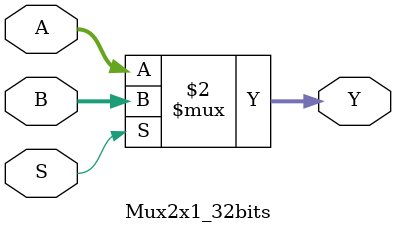
<source format=v>
module Mux2x1_32bits(input [31:0] A, input [31:0] B, input S, output [31:0] Y);
   assign Y = (S==0) ? A:B;
endmodule
</source>
